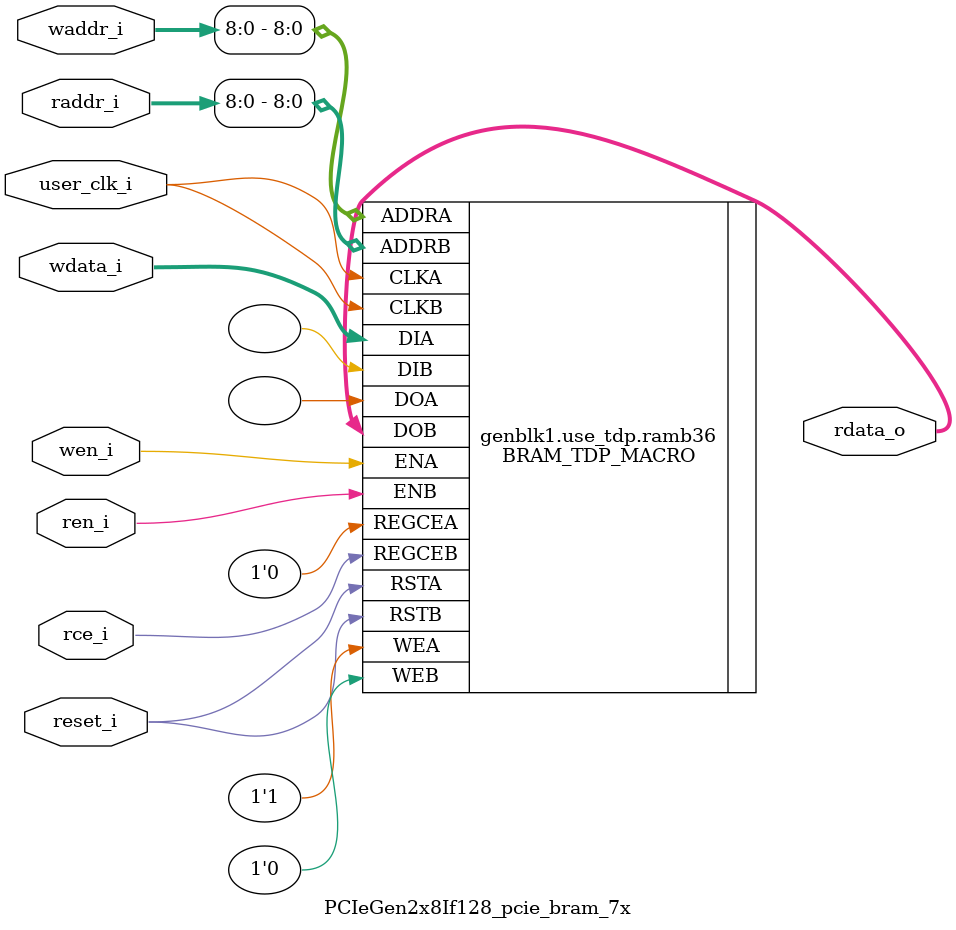
<source format=v>

`timescale 1ps/1ps

(* DowngradeIPIdentifiedWarnings = "yes" *)
module PCIeGen2x8If128_pcie_bram_7x
  #(
    parameter [3:0]  LINK_CAP_MAX_LINK_SPEED = 4'h1,        // PCIe Link Speed : 1 - 2.5 GT/s; 2 - 5.0 GT/s
    parameter [5:0]  LINK_CAP_MAX_LINK_WIDTH = 6'h08,       // PCIe Link Width : 1 / 2 / 4 / 8
    parameter IMPL_TARGET = "HARD",                         // the implementation target : HARD, SOFT
    parameter DOB_REG = 0,                                  // 1 - use the output register;
                                                            // 0 - don't use the output register
    parameter WIDTH = 0                                     // supported WIDTH's : 4, 9, 18, 36 - uses RAMB36
                                                            //                     72 - uses RAMB36SDP
    )
    (
     input               user_clk_i,// user clock
     input               reset_i,   // bram reset

     input               wen_i,     // write enable
     input [12:0]        waddr_i,   // write address
     input [WIDTH - 1:0] wdata_i,   // write data

     input               ren_i,     // read enable
     input               rce_i,     // output register clock enable
     input [12:0]        raddr_i,   // read address

     output [WIDTH - 1:0] rdata_o   // read data
     );

   // map the address bits
   localparam ADDR_MSB = ((WIDTH == 4)  ? 12 :
                          (WIDTH == 9)  ? 11 :
                          (WIDTH == 18) ? 10 :
                          (WIDTH == 36) ?  9 :
                                           8
                          );

   // set the width of the tied off low address bits
   localparam ADDR_LO_BITS = ((WIDTH == 4)  ? 2 :
                              (WIDTH == 9)  ? 3 :
                              (WIDTH == 18) ? 4 :
                              (WIDTH == 36) ? 5 :
                                              0 // for WIDTH 72 use RAMB36SDP
                              );

   // map the data bits
   localparam D_MSB =  ((WIDTH == 4)  ?  3 :
                        (WIDTH == 9)  ?  7 :
                        (WIDTH == 18) ? 15 :
                        (WIDTH == 36) ? 31 :
                                        63
                        );

   // map the data parity bits
   localparam DP_LSB =  D_MSB + 1;

   localparam DP_MSB =  ((WIDTH == 4)  ? 4 :
                         (WIDTH == 9)  ? 8 :
                         (WIDTH == 18) ? 17 :
                         (WIDTH == 36) ? 35 :
                                         71
                        );

   localparam DPW = DP_MSB - DP_LSB + 1;
   localparam WRITE_MODE = ((WIDTH == 72) && (!((LINK_CAP_MAX_LINK_SPEED == 4'h2) && (LINK_CAP_MAX_LINK_WIDTH == 6'h08)))) ? "WRITE_FIRST" :
                           ((LINK_CAP_MAX_LINK_SPEED == 4'h2) && (LINK_CAP_MAX_LINK_WIDTH == 6'h08)) ? "WRITE_FIRST" : "NO_CHANGE";

   localparam DEVICE = (IMPL_TARGET == "HARD") ? "7SERIES" : "VIRTEX6";
   localparam BRAM_SIZE = "36Kb";

   localparam WE_WIDTH =(DEVICE == "VIRTEX5" || DEVICE == "VIRTEX6" || DEVICE == "7SERIES") ?
                            ((WIDTH <= 9) ? 1 :
                             (WIDTH > 9 && WIDTH <= 18) ? 2 :
                             (WIDTH > 18 && WIDTH <= 36) ? 4 :
                             (WIDTH > 36 && WIDTH <= 72) ? 8 :
                             (BRAM_SIZE == "18Kb") ? 4 : 8 ) : 8;

   //synthesis translate_off
   initial begin
      //$display("[%t] %m DOB_REG %0d WIDTH %0d ADDR_MSB %0d ADDR_LO_BITS %0d DP_MSB %0d DP_LSB %0d D_MSB %0d",
      //          $time, DOB_REG,   WIDTH,    ADDR_MSB,    ADDR_LO_BITS,    DP_MSB,    DP_LSB,    D_MSB);

      case (WIDTH)
        4,9,18,36,72:;
        default:
          begin
             $display("[%t] %m Error WIDTH %0d not supported", $time, WIDTH);
             $finish;
          end
      endcase // case (WIDTH)
   end
   //synthesis translate_on

   generate
   if ((LINK_CAP_MAX_LINK_WIDTH == 6'h08 && LINK_CAP_MAX_LINK_SPEED == 4'h2) || (WIDTH == 72)) begin : use_sdp
        BRAM_SDP_MACRO #(
               .DEVICE        (DEVICE),
               .BRAM_SIZE     (BRAM_SIZE),
               .DO_REG        (DOB_REG),
               .READ_WIDTH    (WIDTH),
               .WRITE_WIDTH   (WIDTH),
               .WRITE_MODE    (WRITE_MODE)
               )
        ramb36sdp(
               .DO             (rdata_o[WIDTH-1:0]),
               .DI             (wdata_i[WIDTH-1:0]),
               .RDADDR         (raddr_i[ADDR_MSB:0]),
               .RDCLK          (user_clk_i),
               .RDEN           (ren_i),
               .REGCE          (rce_i),
               .RST            (reset_i),
               .WE             ({WE_WIDTH{1'b1}}),
               .WRADDR         (waddr_i[ADDR_MSB:0]),
               .WRCLK          (user_clk_i),
               .WREN           (wen_i)
               );

    end  // block: use_sdp
    else if (WIDTH <= 36) begin : use_tdp
    // use RAMB36's if the width is 4, 9, 18, or 36
        BRAM_TDP_MACRO #(
               .DEVICE        (DEVICE),
               .BRAM_SIZE     (BRAM_SIZE),
               .DOA_REG       (0),
               .DOB_REG       (DOB_REG),
               .READ_WIDTH_A  (WIDTH),
               .READ_WIDTH_B  (WIDTH),
               .WRITE_WIDTH_A (WIDTH),
               .WRITE_WIDTH_B (WIDTH),
               .WRITE_MODE_A  (WRITE_MODE)
               )
        ramb36(
               .DOA            (),
               .DOB            (rdata_o[WIDTH-1:0]),
               .ADDRA          (waddr_i[ADDR_MSB:0]),
               .ADDRB          (raddr_i[ADDR_MSB:0]),
               .CLKA           (user_clk_i),
               .CLKB           (user_clk_i),
               .DIA            (wdata_i[WIDTH-1:0]),
               .DIB            ({WIDTH{1'b0}}),
               .ENA            (wen_i),
               .ENB            (ren_i),
               .REGCEA         (1'b0),
               .REGCEB         (rce_i),
               .RSTA           (reset_i),
               .RSTB           (reset_i),
               .WEA            ({WE_WIDTH{1'b1}}),
               .WEB            ({WE_WIDTH{1'b0}})
               );
   end // block: use_tdp
   endgenerate

endmodule // pcie_bram_7x


</source>
